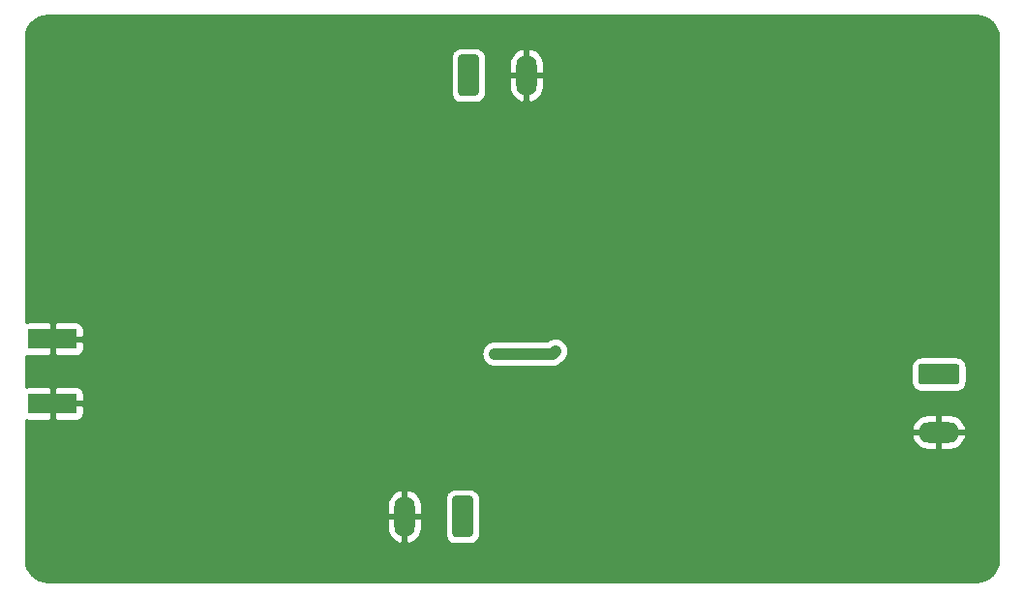
<source format=gbr>
%TF.GenerationSoftware,KiCad,Pcbnew,(5.1.9)-1*%
%TF.CreationDate,2021-03-09T18:30:12-05:00*%
%TF.ProjectId,NJR_New_Demod,4e4a525f-4e65-4775-9f44-656d6f642e6b,rev?*%
%TF.SameCoordinates,Original*%
%TF.FileFunction,Copper,L2,Bot*%
%TF.FilePolarity,Positive*%
%FSLAX46Y46*%
G04 Gerber Fmt 4.6, Leading zero omitted, Abs format (unit mm)*
G04 Created by KiCad (PCBNEW (5.1.9)-1) date 2021-03-09 18:30:12*
%MOMM*%
%LPD*%
G01*
G04 APERTURE LIST*
%TA.AperFunction,SMDPad,CuDef*%
%ADD10R,4.200000X1.750000*%
%TD*%
%TA.AperFunction,ComponentPad*%
%ADD11O,1.800000X3.600000*%
%TD*%
%TA.AperFunction,ComponentPad*%
%ADD12O,3.600000X1.800000*%
%TD*%
%TA.AperFunction,ViaPad*%
%ADD13C,0.800000*%
%TD*%
%TA.AperFunction,Conductor*%
%ADD14C,1.000000*%
%TD*%
%TA.AperFunction,Conductor*%
%ADD15C,0.254000*%
%TD*%
%TA.AperFunction,Conductor*%
%ADD16C,0.100000*%
%TD*%
G04 APERTURE END LIST*
D10*
%TO.P,J1,3_2*%
%TO.N,GND*%
X79194000Y-92995000D03*
%TO.P,J1,2_2*%
X79194000Y-87345000D03*
%TD*%
D11*
%TO.P,J_RSSI1,2*%
%TO.N,GND*%
X109982000Y-102870000D03*
%TO.P,J_RSSI1,1*%
%TO.N,/RSSI_Out*%
%TA.AperFunction,ComponentPad*%
G36*
G01*
X115962000Y-101320000D02*
X115962000Y-104420000D01*
G75*
G02*
X115712000Y-104670000I-250000J0D01*
G01*
X114412000Y-104670000D01*
G75*
G02*
X114162000Y-104420000I0J250000D01*
G01*
X114162000Y-101320000D01*
G75*
G02*
X114412000Y-101070000I250000J0D01*
G01*
X115712000Y-101070000D01*
G75*
G02*
X115962000Y-101320000I0J-250000D01*
G01*
G37*
%TD.AperFunction*%
%TD*%
%TO.P,J_Power1,2*%
%TO.N,GND*%
X120650000Y-64262000D03*
%TO.P,J_Power1,1*%
%TO.N,+5V*%
%TA.AperFunction,ComponentPad*%
G36*
G01*
X114670000Y-65812000D02*
X114670000Y-62712000D01*
G75*
G02*
X114920000Y-62462000I250000J0D01*
G01*
X116220000Y-62462000D01*
G75*
G02*
X116470000Y-62712000I0J-250000D01*
G01*
X116470000Y-65812000D01*
G75*
G02*
X116220000Y-66062000I-250000J0D01*
G01*
X114920000Y-66062000D01*
G75*
G02*
X114670000Y-65812000I0J250000D01*
G01*
G37*
%TD.AperFunction*%
%TD*%
D12*
%TO.P,J_Audio1,2*%
%TO.N,GND*%
X156718000Y-95504000D03*
%TO.P,J_Audio1,1*%
%TO.N,/Audio_Out*%
%TA.AperFunction,ComponentPad*%
G36*
G01*
X155168000Y-89524000D02*
X158268000Y-89524000D01*
G75*
G02*
X158518000Y-89774000I0J-250000D01*
G01*
X158518000Y-91074000D01*
G75*
G02*
X158268000Y-91324000I-250000J0D01*
G01*
X155168000Y-91324000D01*
G75*
G02*
X154918000Y-91074000I0J250000D01*
G01*
X154918000Y-89774000D01*
G75*
G02*
X155168000Y-89524000I250000J0D01*
G01*
G37*
%TD.AperFunction*%
%TD*%
D13*
%TO.N,GND*%
X141732000Y-90424000D03*
X77648550Y-59954500D03*
X77648550Y-66954500D03*
X77648550Y-73954500D03*
X77648550Y-80954500D03*
X77648550Y-95954500D03*
X77648550Y-102954500D03*
X80648550Y-106954500D03*
X81648550Y-62954500D03*
X81648550Y-69954500D03*
X81648550Y-76954500D03*
X81648550Y-83954500D03*
X81648550Y-98954500D03*
X82648550Y-91954500D03*
X84648550Y-102954500D03*
X85648550Y-59954500D03*
X85648550Y-66954500D03*
X85648550Y-73954500D03*
X85648550Y-80954500D03*
X85648550Y-87954500D03*
X85648550Y-95954500D03*
X87648550Y-106954500D03*
X88648550Y-99954500D03*
X89648550Y-62954500D03*
X89648550Y-69954500D03*
X89648550Y-76954500D03*
X89648550Y-83954500D03*
X90648550Y-93954500D03*
X91648550Y-103954500D03*
X92648550Y-87954500D03*
X93648550Y-59954500D03*
X93648550Y-66954500D03*
X93648550Y-73954500D03*
X93648550Y-80954500D03*
X93648550Y-97954500D03*
X95648550Y-106954500D03*
X96648550Y-84954500D03*
X97648550Y-62954500D03*
X97648550Y-69954500D03*
X97648550Y-76954500D03*
X97648550Y-94954500D03*
X97648550Y-101954500D03*
X100648550Y-80954500D03*
X101648550Y-59954500D03*
X101648550Y-66954500D03*
X101648550Y-73954500D03*
X101648550Y-86954500D03*
X101648550Y-97954500D03*
X101648550Y-104954500D03*
X103648550Y-92954500D03*
X104648550Y-77954500D03*
X105648550Y-62954500D03*
X105648550Y-69954500D03*
X105648550Y-83954500D03*
X105648550Y-100954500D03*
X106648550Y-106954500D03*
X108648550Y-73954500D03*
X108648550Y-96954500D03*
X109648550Y-59954500D03*
X109648550Y-66954500D03*
X109648550Y-79954500D03*
X111648550Y-84954500D03*
X112648550Y-70954500D03*
X112648550Y-99954500D03*
X113648550Y-106954500D03*
X116648550Y-59954500D03*
X116648550Y-67954500D03*
X116648550Y-74954500D03*
X116648550Y-82954500D03*
X117648550Y-93954500D03*
X117648550Y-101954500D03*
X119648550Y-78954500D03*
X120648550Y-70954500D03*
X120648550Y-105954500D03*
X122648550Y-60954500D03*
X123648550Y-66954500D03*
X123648550Y-74954500D03*
X123648550Y-90954500D03*
X124648550Y-100954500D03*
X125648550Y-79954500D03*
X126648550Y-94954500D03*
X126648550Y-106954500D03*
X127648550Y-62954500D03*
X127648550Y-69954500D03*
X127648550Y-85954500D03*
X129648550Y-75954500D03*
X129648550Y-98954500D03*
X130648550Y-91954500D03*
X131648550Y-59954500D03*
X131648550Y-66954500D03*
X131648550Y-103954500D03*
X132648550Y-79954500D03*
X133648550Y-71954500D03*
X133648550Y-95954500D03*
X134648550Y-84954500D03*
X135648550Y-62954500D03*
X135648550Y-100954500D03*
X136648550Y-75954500D03*
X136648550Y-106954500D03*
X137648550Y-67954500D03*
X139648550Y-59954500D03*
X139648550Y-79954500D03*
X139648550Y-94954500D03*
X140648550Y-71954500D03*
X140648550Y-102954500D03*
X141648550Y-64954500D03*
X143648550Y-75954500D03*
X143648550Y-97954500D03*
X143648550Y-106954500D03*
X144648550Y-68954500D03*
X145648550Y-60954500D03*
X145648550Y-80954500D03*
X146648550Y-101954500D03*
X147648550Y-72954500D03*
X148648550Y-64954500D03*
X148648550Y-84954500D03*
X148648550Y-95954500D03*
X149648550Y-77954500D03*
X149648550Y-105954500D03*
X151648550Y-59954500D03*
X151648550Y-68954500D03*
X151648550Y-91954500D03*
X151648550Y-99954500D03*
X152648550Y-81954500D03*
X153648550Y-73954500D03*
X154648550Y-63954500D03*
X154648550Y-86954500D03*
X154648550Y-103954500D03*
X156648550Y-77954500D03*
X156648550Y-97954500D03*
X157648550Y-67954500D03*
X158648550Y-59954500D03*
X158648550Y-82954500D03*
X158648550Y-92954500D03*
X158648550Y-106954500D03*
X159648550Y-72954500D03*
X160648550Y-87954500D03*
X160648550Y-100954500D03*
%TO.N,/AF_Out*%
X123190000Y-88392000D03*
X117856000Y-88646000D03*
%TD*%
D14*
%TO.N,/AF_Out*%
X122936000Y-88646000D02*
X123190000Y-88392000D01*
X117856000Y-88646000D02*
X122936000Y-88646000D01*
%TD*%
D15*
%TO.N,GND*%
X160384545Y-59118909D02*
X160735208Y-59224780D01*
X161058625Y-59396744D01*
X161342484Y-59628254D01*
X161575965Y-59910486D01*
X161750183Y-60232695D01*
X161858502Y-60582614D01*
X161900001Y-60977452D01*
X161900000Y-106647721D01*
X161861091Y-107044545D01*
X161755220Y-107395206D01*
X161583257Y-107718623D01*
X161351748Y-108002482D01*
X161069514Y-108235965D01*
X160747304Y-108410184D01*
X160397385Y-108518502D01*
X160002557Y-108560000D01*
X78772279Y-108560000D01*
X78375455Y-108521091D01*
X78024794Y-108415220D01*
X77701377Y-108243257D01*
X77417518Y-108011748D01*
X77184035Y-107729514D01*
X77009816Y-107407304D01*
X76901498Y-107057385D01*
X76860000Y-106662557D01*
X76860000Y-102997000D01*
X108447000Y-102997000D01*
X108447000Y-103897000D01*
X108501271Y-104194023D01*
X108612446Y-104474751D01*
X108776252Y-104728396D01*
X108986394Y-104945210D01*
X109234796Y-105116862D01*
X109511913Y-105236755D01*
X109617260Y-105261036D01*
X109855000Y-105140378D01*
X109855000Y-102997000D01*
X110109000Y-102997000D01*
X110109000Y-105140378D01*
X110346740Y-105261036D01*
X110452087Y-105236755D01*
X110729204Y-105116862D01*
X110977606Y-104945210D01*
X111187748Y-104728396D01*
X111351554Y-104474751D01*
X111462729Y-104194023D01*
X111517000Y-103897000D01*
X111517000Y-102997000D01*
X110109000Y-102997000D01*
X109855000Y-102997000D01*
X108447000Y-102997000D01*
X76860000Y-102997000D01*
X76860000Y-101843000D01*
X108447000Y-101843000D01*
X108447000Y-102743000D01*
X109855000Y-102743000D01*
X109855000Y-100599622D01*
X110109000Y-100599622D01*
X110109000Y-102743000D01*
X111517000Y-102743000D01*
X111517000Y-101843000D01*
X111462729Y-101545977D01*
X111373237Y-101320000D01*
X113523928Y-101320000D01*
X113523928Y-104420000D01*
X113540992Y-104593254D01*
X113591528Y-104759850D01*
X113673595Y-104913386D01*
X113784038Y-105047962D01*
X113918614Y-105158405D01*
X114072150Y-105240472D01*
X114238746Y-105291008D01*
X114412000Y-105308072D01*
X115712000Y-105308072D01*
X115885254Y-105291008D01*
X116051850Y-105240472D01*
X116205386Y-105158405D01*
X116339962Y-105047962D01*
X116450405Y-104913386D01*
X116532472Y-104759850D01*
X116583008Y-104593254D01*
X116600072Y-104420000D01*
X116600072Y-101320000D01*
X116583008Y-101146746D01*
X116532472Y-100980150D01*
X116450405Y-100826614D01*
X116339962Y-100692038D01*
X116205386Y-100581595D01*
X116051850Y-100499528D01*
X115885254Y-100448992D01*
X115712000Y-100431928D01*
X114412000Y-100431928D01*
X114238746Y-100448992D01*
X114072150Y-100499528D01*
X113918614Y-100581595D01*
X113784038Y-100692038D01*
X113673595Y-100826614D01*
X113591528Y-100980150D01*
X113540992Y-101146746D01*
X113523928Y-101320000D01*
X111373237Y-101320000D01*
X111351554Y-101265249D01*
X111187748Y-101011604D01*
X110977606Y-100794790D01*
X110729204Y-100623138D01*
X110452087Y-100503245D01*
X110346740Y-100478964D01*
X110109000Y-100599622D01*
X109855000Y-100599622D01*
X109617260Y-100478964D01*
X109511913Y-100503245D01*
X109234796Y-100623138D01*
X108986394Y-100794790D01*
X108776252Y-101011604D01*
X108612446Y-101265249D01*
X108501271Y-101545977D01*
X108447000Y-101843000D01*
X76860000Y-101843000D01*
X76860000Y-95868740D01*
X154326964Y-95868740D01*
X154351245Y-95974087D01*
X154471138Y-96251204D01*
X154642790Y-96499606D01*
X154859604Y-96709748D01*
X155113249Y-96873554D01*
X155393977Y-96984729D01*
X155691000Y-97039000D01*
X156591000Y-97039000D01*
X156591000Y-95631000D01*
X156845000Y-95631000D01*
X156845000Y-97039000D01*
X157745000Y-97039000D01*
X158042023Y-96984729D01*
X158322751Y-96873554D01*
X158576396Y-96709748D01*
X158793210Y-96499606D01*
X158964862Y-96251204D01*
X159084755Y-95974087D01*
X159109036Y-95868740D01*
X158988378Y-95631000D01*
X156845000Y-95631000D01*
X156591000Y-95631000D01*
X154447622Y-95631000D01*
X154326964Y-95868740D01*
X76860000Y-95868740D01*
X76860000Y-95139260D01*
X154326964Y-95139260D01*
X154447622Y-95377000D01*
X156591000Y-95377000D01*
X156591000Y-93969000D01*
X156845000Y-93969000D01*
X156845000Y-95377000D01*
X158988378Y-95377000D01*
X159109036Y-95139260D01*
X159084755Y-95033913D01*
X158964862Y-94756796D01*
X158793210Y-94508394D01*
X158576396Y-94298252D01*
X158322751Y-94134446D01*
X158042023Y-94023271D01*
X157745000Y-93969000D01*
X156845000Y-93969000D01*
X156591000Y-93969000D01*
X155691000Y-93969000D01*
X155393977Y-94023271D01*
X155113249Y-94134446D01*
X154859604Y-94298252D01*
X154642790Y-94508394D01*
X154471138Y-94756796D01*
X154351245Y-95033913D01*
X154326964Y-95139260D01*
X76860000Y-95139260D01*
X76860000Y-94462590D01*
X76969518Y-94495812D01*
X77094000Y-94508072D01*
X78908250Y-94505000D01*
X79067000Y-94346250D01*
X79067000Y-93122000D01*
X79321000Y-93122000D01*
X79321000Y-94346250D01*
X79479750Y-94505000D01*
X81294000Y-94508072D01*
X81418482Y-94495812D01*
X81538180Y-94459502D01*
X81648494Y-94400537D01*
X81745185Y-94321185D01*
X81824537Y-94224494D01*
X81883502Y-94114180D01*
X81919812Y-93994482D01*
X81932072Y-93870000D01*
X81929000Y-93280750D01*
X81770250Y-93122000D01*
X79321000Y-93122000D01*
X79067000Y-93122000D01*
X79047000Y-93122000D01*
X79047000Y-92868000D01*
X79067000Y-92868000D01*
X79067000Y-91643750D01*
X79321000Y-91643750D01*
X79321000Y-92868000D01*
X81770250Y-92868000D01*
X81929000Y-92709250D01*
X81932072Y-92120000D01*
X81919812Y-91995518D01*
X81883502Y-91875820D01*
X81824537Y-91765506D01*
X81745185Y-91668815D01*
X81648494Y-91589463D01*
X81538180Y-91530498D01*
X81418482Y-91494188D01*
X81294000Y-91481928D01*
X79479750Y-91485000D01*
X79321000Y-91643750D01*
X79067000Y-91643750D01*
X78908250Y-91485000D01*
X77094000Y-91481928D01*
X76969518Y-91494188D01*
X76860000Y-91527410D01*
X76860000Y-88812590D01*
X76969518Y-88845812D01*
X77094000Y-88858072D01*
X78908250Y-88855000D01*
X79067000Y-88696250D01*
X79067000Y-87472000D01*
X79321000Y-87472000D01*
X79321000Y-88696250D01*
X79479750Y-88855000D01*
X81294000Y-88858072D01*
X81418482Y-88845812D01*
X81538180Y-88809502D01*
X81648494Y-88750537D01*
X81745185Y-88671185D01*
X81765853Y-88646000D01*
X116715509Y-88646000D01*
X116737423Y-88868499D01*
X116802324Y-89082447D01*
X116907716Y-89279623D01*
X117049551Y-89452449D01*
X117222377Y-89594284D01*
X117419553Y-89699676D01*
X117633501Y-89764577D01*
X117800248Y-89781000D01*
X122880249Y-89781000D01*
X122936000Y-89786491D01*
X122991751Y-89781000D01*
X122991752Y-89781000D01*
X123062824Y-89774000D01*
X154279928Y-89774000D01*
X154279928Y-91074000D01*
X154296992Y-91247254D01*
X154347528Y-91413850D01*
X154429595Y-91567386D01*
X154540038Y-91701962D01*
X154674614Y-91812405D01*
X154828150Y-91894472D01*
X154994746Y-91945008D01*
X155168000Y-91962072D01*
X158268000Y-91962072D01*
X158441254Y-91945008D01*
X158607850Y-91894472D01*
X158761386Y-91812405D01*
X158895962Y-91701962D01*
X159006405Y-91567386D01*
X159088472Y-91413850D01*
X159139008Y-91247254D01*
X159156072Y-91074000D01*
X159156072Y-89774000D01*
X159139008Y-89600746D01*
X159088472Y-89434150D01*
X159006405Y-89280614D01*
X158895962Y-89146038D01*
X158761386Y-89035595D01*
X158607850Y-88953528D01*
X158441254Y-88902992D01*
X158268000Y-88885928D01*
X155168000Y-88885928D01*
X154994746Y-88902992D01*
X154828150Y-88953528D01*
X154674614Y-89035595D01*
X154540038Y-89146038D01*
X154429595Y-89280614D01*
X154347528Y-89434150D01*
X154296992Y-89600746D01*
X154279928Y-89774000D01*
X123062824Y-89774000D01*
X123158499Y-89764577D01*
X123372447Y-89699676D01*
X123569623Y-89594284D01*
X123742449Y-89452449D01*
X123777996Y-89409135D01*
X124031988Y-89155143D01*
X124138283Y-89025623D01*
X124243675Y-88828446D01*
X124308576Y-88614500D01*
X124330490Y-88392001D01*
X124308576Y-88169502D01*
X124243675Y-87955554D01*
X124138283Y-87758378D01*
X123996448Y-87585552D01*
X123823622Y-87443717D01*
X123626446Y-87338325D01*
X123412498Y-87273424D01*
X123189999Y-87251510D01*
X122967500Y-87273424D01*
X122753554Y-87338325D01*
X122556377Y-87443717D01*
X122474393Y-87511000D01*
X117800248Y-87511000D01*
X117633501Y-87527423D01*
X117419553Y-87592324D01*
X117222377Y-87697716D01*
X117049551Y-87839551D01*
X116907716Y-88012377D01*
X116802324Y-88209553D01*
X116737423Y-88423501D01*
X116715509Y-88646000D01*
X81765853Y-88646000D01*
X81824537Y-88574494D01*
X81883502Y-88464180D01*
X81919812Y-88344482D01*
X81932072Y-88220000D01*
X81929000Y-87630750D01*
X81770250Y-87472000D01*
X79321000Y-87472000D01*
X79067000Y-87472000D01*
X79047000Y-87472000D01*
X79047000Y-87218000D01*
X79067000Y-87218000D01*
X79067000Y-85993750D01*
X79321000Y-85993750D01*
X79321000Y-87218000D01*
X81770250Y-87218000D01*
X81929000Y-87059250D01*
X81932072Y-86470000D01*
X81919812Y-86345518D01*
X81883502Y-86225820D01*
X81824537Y-86115506D01*
X81745185Y-86018815D01*
X81648494Y-85939463D01*
X81538180Y-85880498D01*
X81418482Y-85844188D01*
X81294000Y-85831928D01*
X79479750Y-85835000D01*
X79321000Y-85993750D01*
X79067000Y-85993750D01*
X78908250Y-85835000D01*
X77094000Y-85831928D01*
X76969518Y-85844188D01*
X76860000Y-85877410D01*
X76860000Y-62712000D01*
X114031928Y-62712000D01*
X114031928Y-65812000D01*
X114048992Y-65985254D01*
X114099528Y-66151850D01*
X114181595Y-66305386D01*
X114292038Y-66439962D01*
X114426614Y-66550405D01*
X114580150Y-66632472D01*
X114746746Y-66683008D01*
X114920000Y-66700072D01*
X116220000Y-66700072D01*
X116393254Y-66683008D01*
X116559850Y-66632472D01*
X116713386Y-66550405D01*
X116847962Y-66439962D01*
X116958405Y-66305386D01*
X117040472Y-66151850D01*
X117091008Y-65985254D01*
X117108072Y-65812000D01*
X117108072Y-64389000D01*
X119115000Y-64389000D01*
X119115000Y-65289000D01*
X119169271Y-65586023D01*
X119280446Y-65866751D01*
X119444252Y-66120396D01*
X119654394Y-66337210D01*
X119902796Y-66508862D01*
X120179913Y-66628755D01*
X120285260Y-66653036D01*
X120523000Y-66532378D01*
X120523000Y-64389000D01*
X120777000Y-64389000D01*
X120777000Y-66532378D01*
X121014740Y-66653036D01*
X121120087Y-66628755D01*
X121397204Y-66508862D01*
X121645606Y-66337210D01*
X121855748Y-66120396D01*
X122019554Y-65866751D01*
X122130729Y-65586023D01*
X122185000Y-65289000D01*
X122185000Y-64389000D01*
X120777000Y-64389000D01*
X120523000Y-64389000D01*
X119115000Y-64389000D01*
X117108072Y-64389000D01*
X117108072Y-63235000D01*
X119115000Y-63235000D01*
X119115000Y-64135000D01*
X120523000Y-64135000D01*
X120523000Y-61991622D01*
X120777000Y-61991622D01*
X120777000Y-64135000D01*
X122185000Y-64135000D01*
X122185000Y-63235000D01*
X122130729Y-62937977D01*
X122019554Y-62657249D01*
X121855748Y-62403604D01*
X121645606Y-62186790D01*
X121397204Y-62015138D01*
X121120087Y-61895245D01*
X121014740Y-61870964D01*
X120777000Y-61991622D01*
X120523000Y-61991622D01*
X120285260Y-61870964D01*
X120179913Y-61895245D01*
X119902796Y-62015138D01*
X119654394Y-62186790D01*
X119444252Y-62403604D01*
X119280446Y-62657249D01*
X119169271Y-62937977D01*
X119115000Y-63235000D01*
X117108072Y-63235000D01*
X117108072Y-62712000D01*
X117091008Y-62538746D01*
X117040472Y-62372150D01*
X116958405Y-62218614D01*
X116847962Y-62084038D01*
X116713386Y-61973595D01*
X116559850Y-61891528D01*
X116393254Y-61840992D01*
X116220000Y-61823928D01*
X114920000Y-61823928D01*
X114746746Y-61840992D01*
X114580150Y-61891528D01*
X114426614Y-61973595D01*
X114292038Y-62084038D01*
X114181595Y-62218614D01*
X114099528Y-62372150D01*
X114048992Y-62538746D01*
X114031928Y-62712000D01*
X76860000Y-62712000D01*
X76860000Y-60992279D01*
X76898909Y-60595455D01*
X77004780Y-60244792D01*
X77176744Y-59921375D01*
X77408254Y-59637516D01*
X77690486Y-59404035D01*
X78012695Y-59229817D01*
X78362614Y-59121498D01*
X78757443Y-59080000D01*
X159987721Y-59080000D01*
X160384545Y-59118909D01*
%TA.AperFunction,Conductor*%
D16*
G36*
X160384545Y-59118909D02*
G01*
X160735208Y-59224780D01*
X161058625Y-59396744D01*
X161342484Y-59628254D01*
X161575965Y-59910486D01*
X161750183Y-60232695D01*
X161858502Y-60582614D01*
X161900001Y-60977452D01*
X161900000Y-106647721D01*
X161861091Y-107044545D01*
X161755220Y-107395206D01*
X161583257Y-107718623D01*
X161351748Y-108002482D01*
X161069514Y-108235965D01*
X160747304Y-108410184D01*
X160397385Y-108518502D01*
X160002557Y-108560000D01*
X78772279Y-108560000D01*
X78375455Y-108521091D01*
X78024794Y-108415220D01*
X77701377Y-108243257D01*
X77417518Y-108011748D01*
X77184035Y-107729514D01*
X77009816Y-107407304D01*
X76901498Y-107057385D01*
X76860000Y-106662557D01*
X76860000Y-102997000D01*
X108447000Y-102997000D01*
X108447000Y-103897000D01*
X108501271Y-104194023D01*
X108612446Y-104474751D01*
X108776252Y-104728396D01*
X108986394Y-104945210D01*
X109234796Y-105116862D01*
X109511913Y-105236755D01*
X109617260Y-105261036D01*
X109855000Y-105140378D01*
X109855000Y-102997000D01*
X110109000Y-102997000D01*
X110109000Y-105140378D01*
X110346740Y-105261036D01*
X110452087Y-105236755D01*
X110729204Y-105116862D01*
X110977606Y-104945210D01*
X111187748Y-104728396D01*
X111351554Y-104474751D01*
X111462729Y-104194023D01*
X111517000Y-103897000D01*
X111517000Y-102997000D01*
X110109000Y-102997000D01*
X109855000Y-102997000D01*
X108447000Y-102997000D01*
X76860000Y-102997000D01*
X76860000Y-101843000D01*
X108447000Y-101843000D01*
X108447000Y-102743000D01*
X109855000Y-102743000D01*
X109855000Y-100599622D01*
X110109000Y-100599622D01*
X110109000Y-102743000D01*
X111517000Y-102743000D01*
X111517000Y-101843000D01*
X111462729Y-101545977D01*
X111373237Y-101320000D01*
X113523928Y-101320000D01*
X113523928Y-104420000D01*
X113540992Y-104593254D01*
X113591528Y-104759850D01*
X113673595Y-104913386D01*
X113784038Y-105047962D01*
X113918614Y-105158405D01*
X114072150Y-105240472D01*
X114238746Y-105291008D01*
X114412000Y-105308072D01*
X115712000Y-105308072D01*
X115885254Y-105291008D01*
X116051850Y-105240472D01*
X116205386Y-105158405D01*
X116339962Y-105047962D01*
X116450405Y-104913386D01*
X116532472Y-104759850D01*
X116583008Y-104593254D01*
X116600072Y-104420000D01*
X116600072Y-101320000D01*
X116583008Y-101146746D01*
X116532472Y-100980150D01*
X116450405Y-100826614D01*
X116339962Y-100692038D01*
X116205386Y-100581595D01*
X116051850Y-100499528D01*
X115885254Y-100448992D01*
X115712000Y-100431928D01*
X114412000Y-100431928D01*
X114238746Y-100448992D01*
X114072150Y-100499528D01*
X113918614Y-100581595D01*
X113784038Y-100692038D01*
X113673595Y-100826614D01*
X113591528Y-100980150D01*
X113540992Y-101146746D01*
X113523928Y-101320000D01*
X111373237Y-101320000D01*
X111351554Y-101265249D01*
X111187748Y-101011604D01*
X110977606Y-100794790D01*
X110729204Y-100623138D01*
X110452087Y-100503245D01*
X110346740Y-100478964D01*
X110109000Y-100599622D01*
X109855000Y-100599622D01*
X109617260Y-100478964D01*
X109511913Y-100503245D01*
X109234796Y-100623138D01*
X108986394Y-100794790D01*
X108776252Y-101011604D01*
X108612446Y-101265249D01*
X108501271Y-101545977D01*
X108447000Y-101843000D01*
X76860000Y-101843000D01*
X76860000Y-95868740D01*
X154326964Y-95868740D01*
X154351245Y-95974087D01*
X154471138Y-96251204D01*
X154642790Y-96499606D01*
X154859604Y-96709748D01*
X155113249Y-96873554D01*
X155393977Y-96984729D01*
X155691000Y-97039000D01*
X156591000Y-97039000D01*
X156591000Y-95631000D01*
X156845000Y-95631000D01*
X156845000Y-97039000D01*
X157745000Y-97039000D01*
X158042023Y-96984729D01*
X158322751Y-96873554D01*
X158576396Y-96709748D01*
X158793210Y-96499606D01*
X158964862Y-96251204D01*
X159084755Y-95974087D01*
X159109036Y-95868740D01*
X158988378Y-95631000D01*
X156845000Y-95631000D01*
X156591000Y-95631000D01*
X154447622Y-95631000D01*
X154326964Y-95868740D01*
X76860000Y-95868740D01*
X76860000Y-95139260D01*
X154326964Y-95139260D01*
X154447622Y-95377000D01*
X156591000Y-95377000D01*
X156591000Y-93969000D01*
X156845000Y-93969000D01*
X156845000Y-95377000D01*
X158988378Y-95377000D01*
X159109036Y-95139260D01*
X159084755Y-95033913D01*
X158964862Y-94756796D01*
X158793210Y-94508394D01*
X158576396Y-94298252D01*
X158322751Y-94134446D01*
X158042023Y-94023271D01*
X157745000Y-93969000D01*
X156845000Y-93969000D01*
X156591000Y-93969000D01*
X155691000Y-93969000D01*
X155393977Y-94023271D01*
X155113249Y-94134446D01*
X154859604Y-94298252D01*
X154642790Y-94508394D01*
X154471138Y-94756796D01*
X154351245Y-95033913D01*
X154326964Y-95139260D01*
X76860000Y-95139260D01*
X76860000Y-94462590D01*
X76969518Y-94495812D01*
X77094000Y-94508072D01*
X78908250Y-94505000D01*
X79067000Y-94346250D01*
X79067000Y-93122000D01*
X79321000Y-93122000D01*
X79321000Y-94346250D01*
X79479750Y-94505000D01*
X81294000Y-94508072D01*
X81418482Y-94495812D01*
X81538180Y-94459502D01*
X81648494Y-94400537D01*
X81745185Y-94321185D01*
X81824537Y-94224494D01*
X81883502Y-94114180D01*
X81919812Y-93994482D01*
X81932072Y-93870000D01*
X81929000Y-93280750D01*
X81770250Y-93122000D01*
X79321000Y-93122000D01*
X79067000Y-93122000D01*
X79047000Y-93122000D01*
X79047000Y-92868000D01*
X79067000Y-92868000D01*
X79067000Y-91643750D01*
X79321000Y-91643750D01*
X79321000Y-92868000D01*
X81770250Y-92868000D01*
X81929000Y-92709250D01*
X81932072Y-92120000D01*
X81919812Y-91995518D01*
X81883502Y-91875820D01*
X81824537Y-91765506D01*
X81745185Y-91668815D01*
X81648494Y-91589463D01*
X81538180Y-91530498D01*
X81418482Y-91494188D01*
X81294000Y-91481928D01*
X79479750Y-91485000D01*
X79321000Y-91643750D01*
X79067000Y-91643750D01*
X78908250Y-91485000D01*
X77094000Y-91481928D01*
X76969518Y-91494188D01*
X76860000Y-91527410D01*
X76860000Y-88812590D01*
X76969518Y-88845812D01*
X77094000Y-88858072D01*
X78908250Y-88855000D01*
X79067000Y-88696250D01*
X79067000Y-87472000D01*
X79321000Y-87472000D01*
X79321000Y-88696250D01*
X79479750Y-88855000D01*
X81294000Y-88858072D01*
X81418482Y-88845812D01*
X81538180Y-88809502D01*
X81648494Y-88750537D01*
X81745185Y-88671185D01*
X81765853Y-88646000D01*
X116715509Y-88646000D01*
X116737423Y-88868499D01*
X116802324Y-89082447D01*
X116907716Y-89279623D01*
X117049551Y-89452449D01*
X117222377Y-89594284D01*
X117419553Y-89699676D01*
X117633501Y-89764577D01*
X117800248Y-89781000D01*
X122880249Y-89781000D01*
X122936000Y-89786491D01*
X122991751Y-89781000D01*
X122991752Y-89781000D01*
X123062824Y-89774000D01*
X154279928Y-89774000D01*
X154279928Y-91074000D01*
X154296992Y-91247254D01*
X154347528Y-91413850D01*
X154429595Y-91567386D01*
X154540038Y-91701962D01*
X154674614Y-91812405D01*
X154828150Y-91894472D01*
X154994746Y-91945008D01*
X155168000Y-91962072D01*
X158268000Y-91962072D01*
X158441254Y-91945008D01*
X158607850Y-91894472D01*
X158761386Y-91812405D01*
X158895962Y-91701962D01*
X159006405Y-91567386D01*
X159088472Y-91413850D01*
X159139008Y-91247254D01*
X159156072Y-91074000D01*
X159156072Y-89774000D01*
X159139008Y-89600746D01*
X159088472Y-89434150D01*
X159006405Y-89280614D01*
X158895962Y-89146038D01*
X158761386Y-89035595D01*
X158607850Y-88953528D01*
X158441254Y-88902992D01*
X158268000Y-88885928D01*
X155168000Y-88885928D01*
X154994746Y-88902992D01*
X154828150Y-88953528D01*
X154674614Y-89035595D01*
X154540038Y-89146038D01*
X154429595Y-89280614D01*
X154347528Y-89434150D01*
X154296992Y-89600746D01*
X154279928Y-89774000D01*
X123062824Y-89774000D01*
X123158499Y-89764577D01*
X123372447Y-89699676D01*
X123569623Y-89594284D01*
X123742449Y-89452449D01*
X123777996Y-89409135D01*
X124031988Y-89155143D01*
X124138283Y-89025623D01*
X124243675Y-88828446D01*
X124308576Y-88614500D01*
X124330490Y-88392001D01*
X124308576Y-88169502D01*
X124243675Y-87955554D01*
X124138283Y-87758378D01*
X123996448Y-87585552D01*
X123823622Y-87443717D01*
X123626446Y-87338325D01*
X123412498Y-87273424D01*
X123189999Y-87251510D01*
X122967500Y-87273424D01*
X122753554Y-87338325D01*
X122556377Y-87443717D01*
X122474393Y-87511000D01*
X117800248Y-87511000D01*
X117633501Y-87527423D01*
X117419553Y-87592324D01*
X117222377Y-87697716D01*
X117049551Y-87839551D01*
X116907716Y-88012377D01*
X116802324Y-88209553D01*
X116737423Y-88423501D01*
X116715509Y-88646000D01*
X81765853Y-88646000D01*
X81824537Y-88574494D01*
X81883502Y-88464180D01*
X81919812Y-88344482D01*
X81932072Y-88220000D01*
X81929000Y-87630750D01*
X81770250Y-87472000D01*
X79321000Y-87472000D01*
X79067000Y-87472000D01*
X79047000Y-87472000D01*
X79047000Y-87218000D01*
X79067000Y-87218000D01*
X79067000Y-85993750D01*
X79321000Y-85993750D01*
X79321000Y-87218000D01*
X81770250Y-87218000D01*
X81929000Y-87059250D01*
X81932072Y-86470000D01*
X81919812Y-86345518D01*
X81883502Y-86225820D01*
X81824537Y-86115506D01*
X81745185Y-86018815D01*
X81648494Y-85939463D01*
X81538180Y-85880498D01*
X81418482Y-85844188D01*
X81294000Y-85831928D01*
X79479750Y-85835000D01*
X79321000Y-85993750D01*
X79067000Y-85993750D01*
X78908250Y-85835000D01*
X77094000Y-85831928D01*
X76969518Y-85844188D01*
X76860000Y-85877410D01*
X76860000Y-62712000D01*
X114031928Y-62712000D01*
X114031928Y-65812000D01*
X114048992Y-65985254D01*
X114099528Y-66151850D01*
X114181595Y-66305386D01*
X114292038Y-66439962D01*
X114426614Y-66550405D01*
X114580150Y-66632472D01*
X114746746Y-66683008D01*
X114920000Y-66700072D01*
X116220000Y-66700072D01*
X116393254Y-66683008D01*
X116559850Y-66632472D01*
X116713386Y-66550405D01*
X116847962Y-66439962D01*
X116958405Y-66305386D01*
X117040472Y-66151850D01*
X117091008Y-65985254D01*
X117108072Y-65812000D01*
X117108072Y-64389000D01*
X119115000Y-64389000D01*
X119115000Y-65289000D01*
X119169271Y-65586023D01*
X119280446Y-65866751D01*
X119444252Y-66120396D01*
X119654394Y-66337210D01*
X119902796Y-66508862D01*
X120179913Y-66628755D01*
X120285260Y-66653036D01*
X120523000Y-66532378D01*
X120523000Y-64389000D01*
X120777000Y-64389000D01*
X120777000Y-66532378D01*
X121014740Y-66653036D01*
X121120087Y-66628755D01*
X121397204Y-66508862D01*
X121645606Y-66337210D01*
X121855748Y-66120396D01*
X122019554Y-65866751D01*
X122130729Y-65586023D01*
X122185000Y-65289000D01*
X122185000Y-64389000D01*
X120777000Y-64389000D01*
X120523000Y-64389000D01*
X119115000Y-64389000D01*
X117108072Y-64389000D01*
X117108072Y-63235000D01*
X119115000Y-63235000D01*
X119115000Y-64135000D01*
X120523000Y-64135000D01*
X120523000Y-61991622D01*
X120777000Y-61991622D01*
X120777000Y-64135000D01*
X122185000Y-64135000D01*
X122185000Y-63235000D01*
X122130729Y-62937977D01*
X122019554Y-62657249D01*
X121855748Y-62403604D01*
X121645606Y-62186790D01*
X121397204Y-62015138D01*
X121120087Y-61895245D01*
X121014740Y-61870964D01*
X120777000Y-61991622D01*
X120523000Y-61991622D01*
X120285260Y-61870964D01*
X120179913Y-61895245D01*
X119902796Y-62015138D01*
X119654394Y-62186790D01*
X119444252Y-62403604D01*
X119280446Y-62657249D01*
X119169271Y-62937977D01*
X119115000Y-63235000D01*
X117108072Y-63235000D01*
X117108072Y-62712000D01*
X117091008Y-62538746D01*
X117040472Y-62372150D01*
X116958405Y-62218614D01*
X116847962Y-62084038D01*
X116713386Y-61973595D01*
X116559850Y-61891528D01*
X116393254Y-61840992D01*
X116220000Y-61823928D01*
X114920000Y-61823928D01*
X114746746Y-61840992D01*
X114580150Y-61891528D01*
X114426614Y-61973595D01*
X114292038Y-62084038D01*
X114181595Y-62218614D01*
X114099528Y-62372150D01*
X114048992Y-62538746D01*
X114031928Y-62712000D01*
X76860000Y-62712000D01*
X76860000Y-60992279D01*
X76898909Y-60595455D01*
X77004780Y-60244792D01*
X77176744Y-59921375D01*
X77408254Y-59637516D01*
X77690486Y-59404035D01*
X78012695Y-59229817D01*
X78362614Y-59121498D01*
X78757443Y-59080000D01*
X159987721Y-59080000D01*
X160384545Y-59118909D01*
G37*
%TD.AperFunction*%
%TD*%
M02*

</source>
